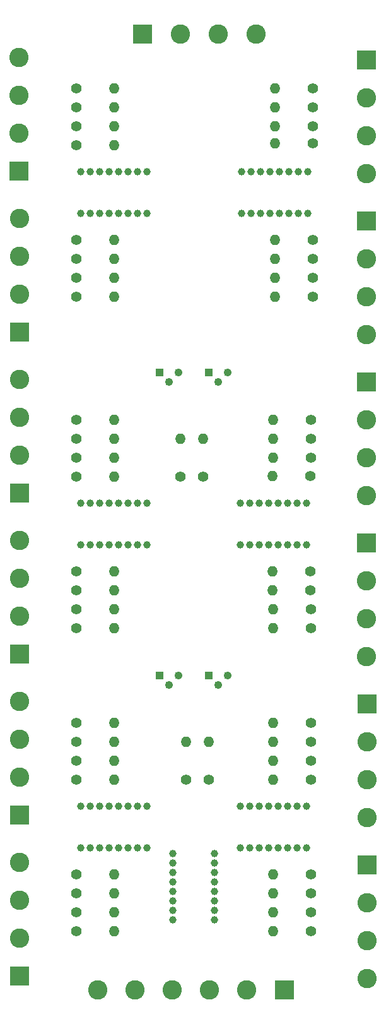
<source format=gbr>
%TF.GenerationSoftware,KiCad,Pcbnew,(6.0.4)*%
%TF.CreationDate,2022-07-27T21:07:59-04:00*%
%TF.ProjectId,pcb,7063622e-6b69-4636-9164-5f7063625858,rev?*%
%TF.SameCoordinates,Original*%
%TF.FileFunction,Soldermask,Top*%
%TF.FilePolarity,Negative*%
%FSLAX46Y46*%
G04 Gerber Fmt 4.6, Leading zero omitted, Abs format (unit mm)*
G04 Created by KiCad (PCBNEW (6.0.4)) date 2022-07-27 21:07:59*
%MOMM*%
%LPD*%
G01*
G04 APERTURE LIST*
%ADD10C,1.400000*%
%ADD11O,1.400000X1.400000*%
%ADD12C,1.000000*%
%ADD13R,2.600000X2.600000*%
%ADD14C,2.600000*%
%ADD15R,1.080000X1.080000*%
%ADD16C,1.080000*%
G04 APERTURE END LIST*
D10*
%TO.C,R39*%
X101414600Y-85090000D03*
D11*
X96334600Y-85090000D03*
%TD*%
D12*
%TO.C,U7*%
X91889600Y-137414000D03*
X93159600Y-137414000D03*
X94429600Y-137414000D03*
X95699600Y-137414000D03*
X96969600Y-137414000D03*
X98239600Y-137414000D03*
X99509600Y-137414000D03*
X100779600Y-137414000D03*
X100779600Y-131826000D03*
X99509600Y-131826000D03*
X98239600Y-131826000D03*
X96969600Y-131826000D03*
X95699600Y-131826000D03*
X94429600Y-131826000D03*
X93159600Y-131826000D03*
X91889600Y-131826000D03*
%TD*%
D10*
%TO.C,R23*%
X69850000Y-58420000D03*
D11*
X74930000Y-58420000D03*
%TD*%
D12*
%TO.C,U2*%
X79375000Y-131826000D03*
X78105000Y-131826000D03*
X76835000Y-131826000D03*
X75565000Y-131826000D03*
X74295000Y-131826000D03*
X73025000Y-131826000D03*
X71755000Y-131826000D03*
X70485000Y-131826000D03*
X70485000Y-137414000D03*
X71755000Y-137414000D03*
X73025000Y-137414000D03*
X74295000Y-137414000D03*
X75565000Y-137414000D03*
X76835000Y-137414000D03*
X78105000Y-137414000D03*
X79375000Y-137414000D03*
%TD*%
D10*
%TO.C,R53*%
X101414600Y-140970000D03*
D11*
X96334600Y-140970000D03*
%TD*%
D13*
%TO.C,J4*%
X62230000Y-133045200D03*
D14*
X62230000Y-127965200D03*
X62230000Y-122885200D03*
X62230000Y-117805200D03*
%TD*%
D10*
%TO.C,R14*%
X69850000Y-100330000D03*
D11*
X74930000Y-100330000D03*
%TD*%
D10*
%TO.C,R19*%
X69850000Y-82550000D03*
D11*
X74930000Y-82550000D03*
%TD*%
D10*
%TO.C,R47*%
X101414600Y-125730000D03*
D11*
X96334600Y-125730000D03*
%TD*%
D13*
%TO.C,J7*%
X62230000Y-68275200D03*
D14*
X62230000Y-63195200D03*
X62230000Y-58115200D03*
X62230000Y-53035200D03*
%TD*%
D10*
%TO.C,R51*%
X101414600Y-146050000D03*
D11*
X96334600Y-146050000D03*
%TD*%
D10*
%TO.C,R16*%
X69850000Y-105410000D03*
D11*
X74930000Y-105410000D03*
%TD*%
D10*
%TO.C,R25*%
X69850000Y-63500000D03*
D11*
X74930000Y-63500000D03*
%TD*%
D12*
%TO.C,U4*%
X79375000Y-46736000D03*
X78105000Y-46736000D03*
X76835000Y-46736000D03*
X75565000Y-46736000D03*
X74295000Y-46736000D03*
X73025000Y-46736000D03*
X71755000Y-46736000D03*
X70485000Y-46736000D03*
X70485000Y-52324000D03*
X71755000Y-52324000D03*
X73025000Y-52324000D03*
X74295000Y-52324000D03*
X75565000Y-52324000D03*
X76835000Y-52324000D03*
X78105000Y-52324000D03*
X79375000Y-52324000D03*
%TD*%
D10*
%TO.C,R21*%
X69850000Y-87630000D03*
D11*
X74930000Y-87630000D03*
%TD*%
D15*
%TO.C,Q1*%
X87630000Y-114300000D03*
D16*
X88900000Y-115570000D03*
X90170000Y-114300000D03*
%TD*%
D10*
%TO.C,R10*%
X69850000Y-120650000D03*
D11*
X74930000Y-120650000D03*
%TD*%
D10*
%TO.C,R29*%
X69850000Y-43180000D03*
D11*
X74930000Y-43180000D03*
%TD*%
D10*
%TO.C,R30*%
X101600000Y-42926000D03*
D11*
X96520000Y-42926000D03*
%TD*%
D10*
%TO.C,R20*%
X69850000Y-85090000D03*
D11*
X74930000Y-85090000D03*
%TD*%
D10*
%TO.C,R50*%
X101414600Y-148590000D03*
D11*
X96334600Y-148590000D03*
%TD*%
D10*
%TO.C,R49*%
X101414600Y-120650000D03*
D11*
X96334600Y-120650000D03*
%TD*%
D10*
%TO.C,R24*%
X69850000Y-60960000D03*
D11*
X74930000Y-60960000D03*
%TD*%
D10*
%TO.C,R28*%
X69850000Y-40640000D03*
D11*
X74930000Y-40640000D03*
%TD*%
D12*
%TO.C,U6*%
X91889600Y-96774000D03*
X93159600Y-96774000D03*
X94429600Y-96774000D03*
X95699600Y-96774000D03*
X96969600Y-96774000D03*
X98239600Y-96774000D03*
X99509600Y-96774000D03*
X100779600Y-96774000D03*
X100779600Y-91186000D03*
X99509600Y-91186000D03*
X98239600Y-91186000D03*
X96969600Y-91186000D03*
X95699600Y-91186000D03*
X94429600Y-91186000D03*
X93159600Y-91186000D03*
X91889600Y-91186000D03*
%TD*%
D13*
%TO.C,J9*%
X108864000Y-31750000D03*
D14*
X108864000Y-36830000D03*
X108864000Y-41910000D03*
X108864000Y-46990000D03*
%TD*%
D13*
%TO.C,J14*%
X108915000Y-139700000D03*
D14*
X108915000Y-144780000D03*
X108915000Y-149860000D03*
X108915000Y-154940000D03*
%TD*%
D13*
%TO.C,J11*%
X108864000Y-74930000D03*
D14*
X108864000Y-80010000D03*
X108864000Y-85090000D03*
X108864000Y-90170000D03*
%TD*%
D13*
%TO.C,J1*%
X78740000Y-28245000D03*
D14*
X83820000Y-28245000D03*
X88900000Y-28245000D03*
X93980000Y-28245000D03*
%TD*%
D10*
%TO.C,R45*%
X101320600Y-100330000D03*
D11*
X96240600Y-100330000D03*
%TD*%
D13*
%TO.C,J12*%
X108864000Y-96520000D03*
D14*
X108864000Y-101600000D03*
X108864000Y-106680000D03*
X108864000Y-111760000D03*
%TD*%
D10*
%TO.C,R31*%
X101600000Y-40640000D03*
D11*
X96520000Y-40640000D03*
%TD*%
D15*
%TO.C,Q2*%
X81026000Y-114300000D03*
D16*
X82296000Y-115570000D03*
X83566000Y-114300000D03*
%TD*%
D10*
%TO.C,R42*%
X101414600Y-107950000D03*
D11*
X96334600Y-107950000D03*
%TD*%
D10*
%TO.C,R26*%
X69850000Y-35560000D03*
D11*
X74930000Y-35560000D03*
%TD*%
D10*
%TO.C,R44*%
X101320600Y-102870000D03*
D11*
X96240600Y-102870000D03*
%TD*%
D13*
%TO.C,J8*%
X62179000Y-46685200D03*
D14*
X62179000Y-41605200D03*
X62179000Y-36525200D03*
X62179000Y-31445200D03*
%TD*%
D10*
%TO.C,R4*%
X83820000Y-87630000D03*
D11*
X83820000Y-82550000D03*
%TD*%
D10*
%TO.C,R35*%
X101600000Y-60960000D03*
D11*
X96520000Y-60960000D03*
%TD*%
D10*
%TO.C,R43*%
X101414600Y-105410000D03*
D11*
X96334600Y-105410000D03*
%TD*%
D10*
%TO.C,R48*%
X101414600Y-123190000D03*
D11*
X96334600Y-123190000D03*
%TD*%
D15*
%TO.C,Q4*%
X81026000Y-73660000D03*
D16*
X82296000Y-74930000D03*
X83566000Y-73660000D03*
%TD*%
D10*
%TO.C,R40*%
X101414600Y-82550000D03*
D11*
X96334600Y-82550000D03*
%TD*%
D10*
%TO.C,R9*%
X69850000Y-148590000D03*
D11*
X74930000Y-148590000D03*
%TD*%
D10*
%TO.C,R34*%
X101600000Y-63500000D03*
D11*
X96520000Y-63500000D03*
%TD*%
D13*
%TO.C,J13*%
X108915000Y-118110000D03*
D14*
X108915000Y-123190000D03*
X108915000Y-128270000D03*
X108915000Y-133350000D03*
%TD*%
D10*
%TO.C,R3*%
X86868000Y-87630000D03*
D11*
X86868000Y-82550000D03*
%TD*%
D10*
%TO.C,R7*%
X69850000Y-143510000D03*
D11*
X74930000Y-143510000D03*
%TD*%
D10*
%TO.C,R12*%
X69850000Y-125730000D03*
D11*
X74930000Y-125730000D03*
%TD*%
D10*
%TO.C,R2*%
X84582000Y-128270000D03*
D11*
X84582000Y-123190000D03*
%TD*%
D12*
%TO.C,U1*%
X82804000Y-138209000D03*
X82804000Y-139479000D03*
X82804000Y-140749000D03*
X82804000Y-142019000D03*
X82804000Y-143289000D03*
X82804000Y-144559000D03*
X82804000Y-145829000D03*
X82804000Y-147099000D03*
X88392000Y-147099000D03*
X88392000Y-145829000D03*
X88392000Y-144559000D03*
X88392000Y-143289000D03*
X88392000Y-142019000D03*
X88392000Y-140749000D03*
X88392000Y-139479000D03*
X88392000Y-138209000D03*
%TD*%
D10*
%TO.C,R36*%
X101600000Y-58420000D03*
D11*
X96520000Y-58420000D03*
%TD*%
D10*
%TO.C,R11*%
X69850000Y-123190000D03*
D11*
X74930000Y-123190000D03*
%TD*%
D10*
%TO.C,R38*%
X101320600Y-87558000D03*
D11*
X96240600Y-87558000D03*
%TD*%
D10*
%TO.C,R32*%
X101600000Y-38100000D03*
D11*
X96520000Y-38100000D03*
%TD*%
D12*
%TO.C,U5*%
X92075000Y-52324000D03*
X93345000Y-52324000D03*
X94615000Y-52324000D03*
X95885000Y-52324000D03*
X97155000Y-52324000D03*
X98425000Y-52324000D03*
X99695000Y-52324000D03*
X100965000Y-52324000D03*
X100965000Y-46736000D03*
X99695000Y-46736000D03*
X98425000Y-46736000D03*
X97155000Y-46736000D03*
X95885000Y-46736000D03*
X94615000Y-46736000D03*
X93345000Y-46736000D03*
X92075000Y-46736000D03*
%TD*%
D10*
%TO.C,R8*%
X69850000Y-146050000D03*
D11*
X74930000Y-146050000D03*
%TD*%
D10*
%TO.C,R17*%
X69850000Y-107950000D03*
D11*
X74930000Y-107950000D03*
%TD*%
D10*
%TO.C,R1*%
X87630000Y-128270000D03*
D11*
X87630000Y-123190000D03*
%TD*%
D15*
%TO.C,Q3*%
X87630000Y-73660000D03*
D16*
X88900000Y-74930000D03*
X90170000Y-73660000D03*
%TD*%
D10*
%TO.C,R37*%
X101627400Y-55880000D03*
D11*
X96547400Y-55880000D03*
%TD*%
D10*
%TO.C,R6*%
X69850000Y-140970000D03*
D11*
X74930000Y-140970000D03*
%TD*%
D10*
%TO.C,R46*%
X101414600Y-128270000D03*
D11*
X96334600Y-128270000D03*
%TD*%
D13*
%TO.C,J2*%
X97790000Y-156464000D03*
D14*
X92790000Y-156464000D03*
X87790000Y-156464000D03*
X82790000Y-156464000D03*
X77790000Y-156464000D03*
X72790000Y-156464000D03*
%TD*%
D10*
%TO.C,R52*%
X101414600Y-143510000D03*
D11*
X96334600Y-143510000D03*
%TD*%
D10*
%TO.C,R13*%
X69850000Y-128270000D03*
D11*
X74930000Y-128270000D03*
%TD*%
D10*
%TO.C,R15*%
X69850000Y-102870000D03*
D11*
X74930000Y-102870000D03*
%TD*%
D10*
%TO.C,R27*%
X69850000Y-38100000D03*
D11*
X74930000Y-38100000D03*
%TD*%
D13*
%TO.C,J10*%
X108864000Y-53340000D03*
D14*
X108864000Y-58420000D03*
X108864000Y-63500000D03*
X108864000Y-68580000D03*
%TD*%
D10*
%TO.C,R41*%
X101414600Y-80010000D03*
D11*
X96334600Y-80010000D03*
%TD*%
D10*
%TO.C,R18*%
X69850000Y-80010000D03*
D11*
X74930000Y-80010000D03*
%TD*%
D12*
%TO.C,U3*%
X79375000Y-91186000D03*
X78105000Y-91186000D03*
X76835000Y-91186000D03*
X75565000Y-91186000D03*
X74295000Y-91186000D03*
X73025000Y-91186000D03*
X71755000Y-91186000D03*
X70485000Y-91186000D03*
X70485000Y-96774000D03*
X71755000Y-96774000D03*
X73025000Y-96774000D03*
X74295000Y-96774000D03*
X75565000Y-96774000D03*
X76835000Y-96774000D03*
X78105000Y-96774000D03*
X79375000Y-96774000D03*
%TD*%
D10*
%TO.C,R33*%
X101600000Y-35560000D03*
D11*
X96520000Y-35560000D03*
%TD*%
D13*
%TO.C,J6*%
X62230000Y-89865200D03*
D14*
X62230000Y-84785200D03*
X62230000Y-79705200D03*
X62230000Y-74625200D03*
%TD*%
D13*
%TO.C,J5*%
X62230000Y-111455200D03*
D14*
X62230000Y-106375200D03*
X62230000Y-101295200D03*
X62230000Y-96215200D03*
%TD*%
D10*
%TO.C,R22*%
X69850000Y-55880000D03*
D11*
X74930000Y-55880000D03*
%TD*%
D13*
%TO.C,J3*%
X62230000Y-154635200D03*
D14*
X62230000Y-149555200D03*
X62230000Y-144475200D03*
X62230000Y-139395200D03*
%TD*%
M02*

</source>
